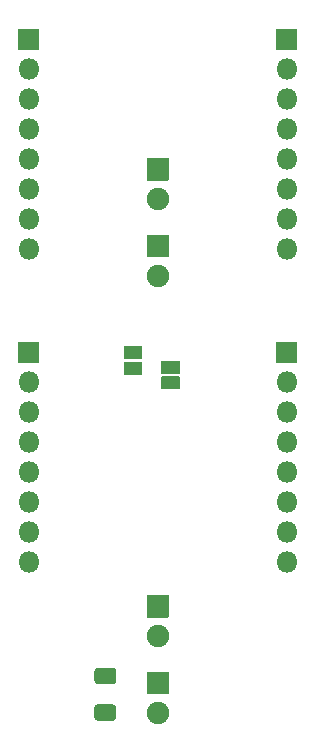
<source format=gbr>
%TF.GenerationSoftware,KiCad,Pcbnew,5.1.7-a382d34a8~87~ubuntu20.04.1*%
%TF.CreationDate,2020-10-21T10:00:52+02:00*%
%TF.ProjectId,7segment_part,37736567-6d65-46e7-945f-706172742e6b,rev?*%
%TF.SameCoordinates,Original*%
%TF.FileFunction,Soldermask,Top*%
%TF.FilePolarity,Negative*%
%FSLAX46Y46*%
G04 Gerber Fmt 4.6, Leading zero omitted, Abs format (unit mm)*
G04 Created by KiCad (PCBNEW 5.1.7-a382d34a8~87~ubuntu20.04.1) date 2020-10-21 10:00:52*
%MOMM*%
%LPD*%
G01*
G04 APERTURE LIST*
%ADD10C,1.900000*%
%ADD11O,1.800000X1.800000*%
G04 APERTURE END LIST*
D10*
%TO.C,Dh2*%
X169418000Y-79040000D03*
G36*
G01*
X168518000Y-75550000D02*
X170318000Y-75550000D01*
G75*
G02*
X170368000Y-75600000I0J-50000D01*
G01*
X170368000Y-77400000D01*
G75*
G02*
X170318000Y-77450000I-50000J0D01*
G01*
X168518000Y-77450000D01*
G75*
G02*
X168468000Y-77400000I0J50000D01*
G01*
X168468000Y-75600000D01*
G75*
G02*
X168518000Y-75550000I50000J0D01*
G01*
G37*
%TD*%
%TO.C,Rh1*%
G36*
G01*
X165628771Y-113603000D02*
X164317229Y-113603000D01*
G75*
G02*
X164048000Y-113333771I0J269229D01*
G01*
X164048000Y-112472229D01*
G75*
G02*
X164317229Y-112203000I269229J0D01*
G01*
X165628771Y-112203000D01*
G75*
G02*
X165898000Y-112472229I0J-269229D01*
G01*
X165898000Y-113333771D01*
G75*
G02*
X165628771Y-113603000I-269229J0D01*
G01*
G37*
G36*
G01*
X165628771Y-116703000D02*
X164317229Y-116703000D01*
G75*
G02*
X164048000Y-116433771I0J269229D01*
G01*
X164048000Y-115572229D01*
G75*
G02*
X164317229Y-115303000I269229J0D01*
G01*
X165628771Y-115303000D01*
G75*
G02*
X165898000Y-115572229I0J-269229D01*
G01*
X165898000Y-116433771D01*
G75*
G02*
X165628771Y-116703000I-269229J0D01*
G01*
G37*
%TD*%
%TO.C,JP2*%
G36*
G01*
X169747500Y-86239500D02*
X171247500Y-86239500D01*
G75*
G02*
X171297500Y-86289500I0J-50000D01*
G01*
X171297500Y-87289500D01*
G75*
G02*
X171247500Y-87339500I-50000J0D01*
G01*
X169747500Y-87339500D01*
G75*
G02*
X169697500Y-87289500I0J50000D01*
G01*
X169697500Y-86289500D01*
G75*
G02*
X169747500Y-86239500I50000J0D01*
G01*
G37*
G36*
G01*
X169747500Y-87539500D02*
X171247500Y-87539500D01*
G75*
G02*
X171297500Y-87589500I0J-50000D01*
G01*
X171297500Y-88589500D01*
G75*
G02*
X171247500Y-88639500I-50000J0D01*
G01*
X169747500Y-88639500D01*
G75*
G02*
X169697500Y-88589500I0J50000D01*
G01*
X169697500Y-87589500D01*
G75*
G02*
X169747500Y-87539500I50000J0D01*
G01*
G37*
%TD*%
%TO.C,JP1*%
G36*
G01*
X168072500Y-87384500D02*
X166572500Y-87384500D01*
G75*
G02*
X166522500Y-87334500I0J50000D01*
G01*
X166522500Y-86334500D01*
G75*
G02*
X166572500Y-86284500I50000J0D01*
G01*
X168072500Y-86284500D01*
G75*
G02*
X168122500Y-86334500I0J-50000D01*
G01*
X168122500Y-87334500D01*
G75*
G02*
X168072500Y-87384500I-50000J0D01*
G01*
G37*
G36*
G01*
X168072500Y-86084500D02*
X166572500Y-86084500D01*
G75*
G02*
X166522500Y-86034500I0J50000D01*
G01*
X166522500Y-85034500D01*
G75*
G02*
X166572500Y-84984500I50000J0D01*
G01*
X168072500Y-84984500D01*
G75*
G02*
X168122500Y-85034500I0J-50000D01*
G01*
X168122500Y-86034500D01*
G75*
G02*
X168072500Y-86084500I-50000J0D01*
G01*
G37*
%TD*%
D11*
%TO.C,J4*%
X180340000Y-103280000D03*
X180340000Y-100740000D03*
X180340000Y-98200000D03*
X180340000Y-95660000D03*
X180340000Y-93120000D03*
X180340000Y-90580000D03*
X180340000Y-88040000D03*
G36*
G01*
X179440000Y-86350000D02*
X179440000Y-84650000D01*
G75*
G02*
X179490000Y-84600000I50000J0D01*
G01*
X181190000Y-84600000D01*
G75*
G02*
X181240000Y-84650000I0J-50000D01*
G01*
X181240000Y-86350000D01*
G75*
G02*
X181190000Y-86400000I-50000J0D01*
G01*
X179490000Y-86400000D01*
G75*
G02*
X179440000Y-86350000I0J50000D01*
G01*
G37*
%TD*%
%TO.C,J2*%
G36*
G01*
X179440000Y-59850000D02*
X179440000Y-58150000D01*
G75*
G02*
X179490000Y-58100000I50000J0D01*
G01*
X181190000Y-58100000D01*
G75*
G02*
X181240000Y-58150000I0J-50000D01*
G01*
X181240000Y-59850000D01*
G75*
G02*
X181190000Y-59900000I-50000J0D01*
G01*
X179490000Y-59900000D01*
G75*
G02*
X179440000Y-59850000I0J50000D01*
G01*
G37*
X180340000Y-61540000D03*
X180340000Y-64080000D03*
X180340000Y-66620000D03*
X180340000Y-69160000D03*
X180340000Y-71700000D03*
X180340000Y-74240000D03*
X180340000Y-76780000D03*
%TD*%
D10*
%TO.C,Dh4*%
X169418000Y-116040000D03*
G36*
G01*
X168518000Y-112550000D02*
X170318000Y-112550000D01*
G75*
G02*
X170368000Y-112600000I0J-50000D01*
G01*
X170368000Y-114400000D01*
G75*
G02*
X170318000Y-114450000I-50000J0D01*
G01*
X168518000Y-114450000D01*
G75*
G02*
X168468000Y-114400000I0J50000D01*
G01*
X168468000Y-112600000D01*
G75*
G02*
X168518000Y-112550000I50000J0D01*
G01*
G37*
%TD*%
%TO.C,Dh3*%
X169418000Y-109540000D03*
G36*
G01*
X168518000Y-106050000D02*
X170318000Y-106050000D01*
G75*
G02*
X170368000Y-106100000I0J-50000D01*
G01*
X170368000Y-107900000D01*
G75*
G02*
X170318000Y-107950000I-50000J0D01*
G01*
X168518000Y-107950000D01*
G75*
G02*
X168468000Y-107900000I0J50000D01*
G01*
X168468000Y-106100000D01*
G75*
G02*
X168518000Y-106050000I50000J0D01*
G01*
G37*
%TD*%
%TO.C,Dh1*%
X169418000Y-72540000D03*
G36*
G01*
X168518000Y-69050000D02*
X170318000Y-69050000D01*
G75*
G02*
X170368000Y-69100000I0J-50000D01*
G01*
X170368000Y-70900000D01*
G75*
G02*
X170318000Y-70950000I-50000J0D01*
G01*
X168518000Y-70950000D01*
G75*
G02*
X168468000Y-70900000I0J50000D01*
G01*
X168468000Y-69100000D01*
G75*
G02*
X168518000Y-69050000I50000J0D01*
G01*
G37*
%TD*%
D11*
%TO.C,J3*%
X158496000Y-103280000D03*
X158496000Y-100740000D03*
X158496000Y-98200000D03*
X158496000Y-95660000D03*
X158496000Y-93120000D03*
X158496000Y-90580000D03*
X158496000Y-88040000D03*
G36*
G01*
X157596000Y-86350000D02*
X157596000Y-84650000D01*
G75*
G02*
X157646000Y-84600000I50000J0D01*
G01*
X159346000Y-84600000D01*
G75*
G02*
X159396000Y-84650000I0J-50000D01*
G01*
X159396000Y-86350000D01*
G75*
G02*
X159346000Y-86400000I-50000J0D01*
G01*
X157646000Y-86400000D01*
G75*
G02*
X157596000Y-86350000I0J50000D01*
G01*
G37*
%TD*%
%TO.C,J1*%
X158496000Y-76780000D03*
X158496000Y-74240000D03*
X158496000Y-71700000D03*
X158496000Y-69160000D03*
X158496000Y-66620000D03*
X158496000Y-64080000D03*
X158496000Y-61540000D03*
G36*
G01*
X157596000Y-59850000D02*
X157596000Y-58150000D01*
G75*
G02*
X157646000Y-58100000I50000J0D01*
G01*
X159346000Y-58100000D01*
G75*
G02*
X159396000Y-58150000I0J-50000D01*
G01*
X159396000Y-59850000D01*
G75*
G02*
X159346000Y-59900000I-50000J0D01*
G01*
X157646000Y-59900000D01*
G75*
G02*
X157596000Y-59850000I0J50000D01*
G01*
G37*
%TD*%
M02*

</source>
